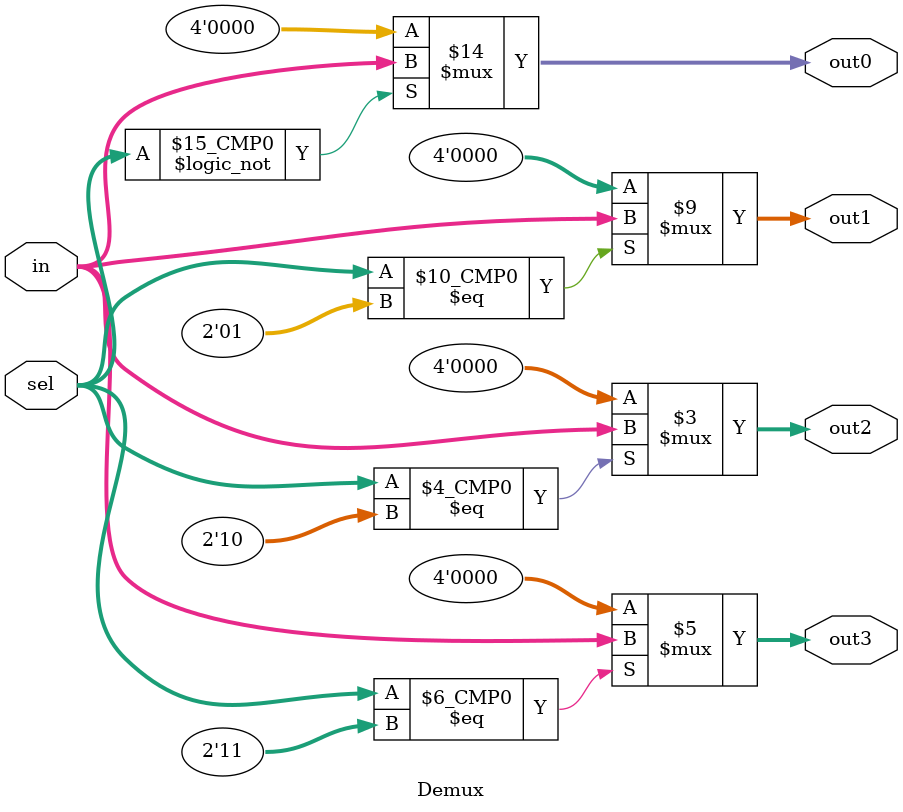
<source format=v>
module DataPath (
    input clk,
    input clkEn,
    input rst,
    input serIn,
    input cnt1,
    input cnt2,
    input cntD,
    input ldcntD,
    input shEn,
    input shEnD,
    output co1,
    output co2,
    output coD,
    output [3:0] P0,
    output [3:0] P1,
    output [3:0] P2,
    output [3:0] P3,
    output [6:0] ssdOut);

    wire [1:0] portNum;
    wire [3:0] countOut;
    wire [3:0] numData;

    shReg #(.bit(2)) psr(clk, clkEn, rst, shEn, serIn, portNum);
    shReg #(.bit(4)) dsr(clk, clkEn, rst, shEnD, serIn, numData);

    UCounter pc (clk, clkEn, rst, cnt1, co1); 
    UCounter dnc(clk, clkEn, rst, cnt2, co2); 
    Dcounter dtc(clk, clkEn, rst, ldcntD, cntD, numData, countOut, coD); 

    SSD ssd(countOut, ssdOut);

    Demux dmx(portNum, P0, P1, P2, P3);

endmodule

module SSD (
    input      [3:0] count,
    output reg [6:0] ssdOut);

    always @(count) begin
        ssdOut = 4'h0;
        case (count)
            4'h0: ssdOut = 7'h40;
            4'h1: ssdOut = 7'h79;
            4'h2: ssdOut = 7'h24;
            4'h3: ssdOut = 7'h30;
            4'h4: ssdOut = 7'h19;
            4'h5: ssdOut = 7'h12;
            4'h6: ssdOut = 7'h02;
            4'h7: ssdOut = 7'h78;
            4'h8: ssdOut = 7'h00;
            4'h9: ssdOut = 7'h10;
            4'ha: ssdOut = 7'h08;
            4'hb: ssdOut = 7'h03;
            4'hc: ssdOut = 7'h46;
            4'hd: ssdOut = 7'h21;
            4'he: ssdOut = 7'h06;
            4'hf: ssdOut = 7'h0e;
            default: ssdOut = 7'h01;
        endcase
    end
endmodule

module ShReg #(parameter bit = 2) (
    input clk,
    input clkEn,   
    input rst,
    input shEn,
    input serIn,
    output reg [bit - 1:0] parOut);

    always @(posedge clk, posedge rst) begin
        if (rst == 1'b1)
            parOut <= 0;
        else if (clkEn == 1'b1) begin
        if (shEn == 1'b1)
            parOut <= {parOut[bit - 2:0], serIn};
        end
    end
endmodule

module UCounter #(parameter bit = 2) (
    input clk,
    input clkEn,
    input rst,
    input cnt,
    output co);
    reg [bit - 1:0] parOut;
    always @(posedge clk, posedge rst) begin
        if (rst)
            parOut <= 2'b0;
        else if (clkEn)
            if (cnt)
                parOut <= parOut + 1'b1;
    end
    assign co = (& parOut);
endmodule

module Dcounter (
    input clk,
    input clkEn,
    input rst,
    input ldcntD,
    input cntD,
    input [3:0] parIn,
    output reg [3:0] parOut,
    output coD);

    always @(posedge clk, posedge rst) begin
        if (rst)
            parOut <= 4'b0;
        else if (clkEn) begin
            if (ldcntD)
                parOut <= parIn;
            else if (cntD)
                parOut <= parOut - 1'b1;
        end
    end
    assign coD = (| parOut);
endmodule

module Demux (
    input [3:0] in,
    input [1:0] sel,
    output reg [3:0] out0,
    output reg [3:0] out1,
    output reg [3:0] out2,
    output reg [3:0] out3);

    always @(in, sel) begin
        {out0, out1, out2, out3} = 4'b0;
        case (sel)
            2'd0: out0 <= in;
            2'd1: out1 <= in;
            2'd2: out2 <= in;
            2'd3: out3 <= in;
        endcase
    end
endmodule


</source>
